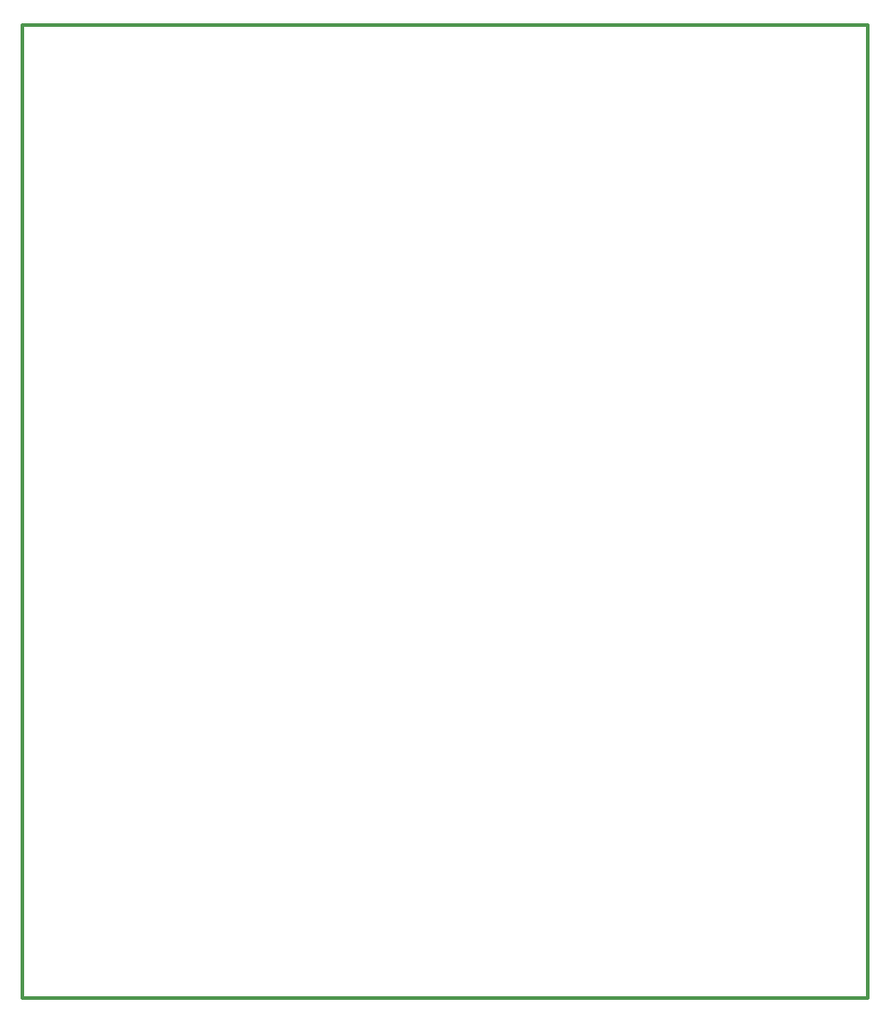
<source format=gko>
G04 Layer_Color=16711935*
%FSLAX43Y43*%
%MOMM*%
G71*
G01*
G75*
%ADD10C,0.300*%
D10*
X0Y0D02*
Y92000D01*
X80000D01*
Y0D02*
Y92000D01*
X0Y0D02*
X80000D01*
M02*

</source>
